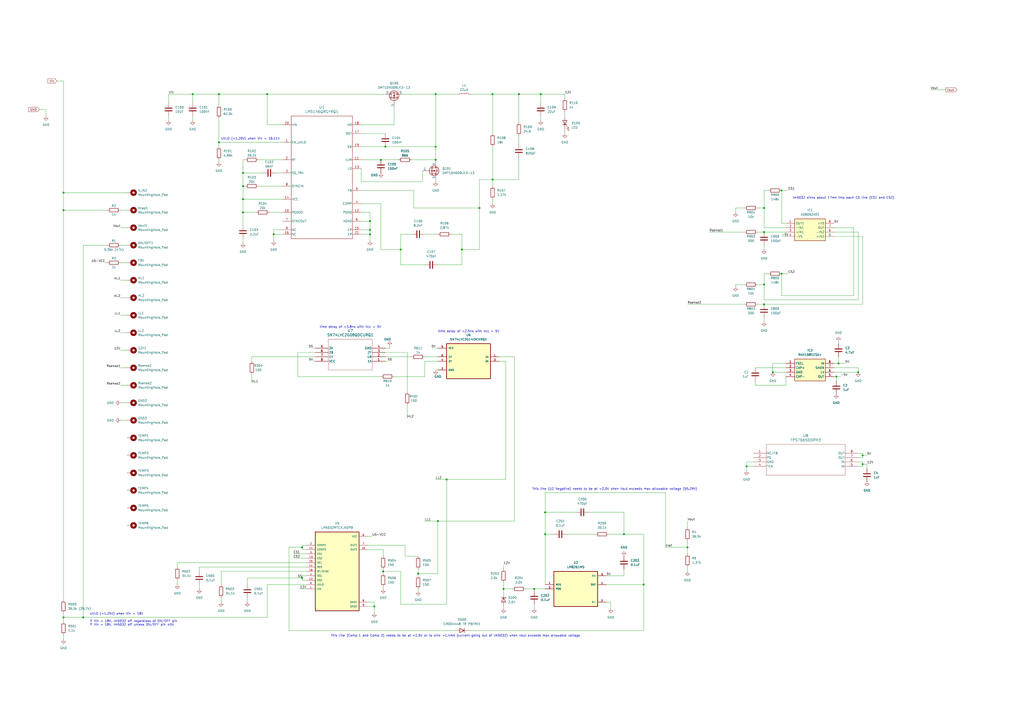
<source format=kicad_sch>
(kicad_sch (version 20230121) (generator eeschema)
  (paper "A2")
  (junction (at 223.52 85.09))
  (junction (at 316.23 309.88))
  (junction (at 242.57 332.74))
  (junction (at 48.26 358.14))
  (junction (at 214.63 128.27))
  (junction (at 175.26 335.28))
  (junction (at 278.13 120.65))
  (junction (at 175.26 317.5))
  (junction (at 486.41 210.82))
  (junction (at 259.08 278.13))
  (junction (at 313.69 54.61))
  (junction (at 443.23 165.1))
  (junction (at 140.97 115.57))
  (junction (at 252.73 85.09))
  (junction (at 285.75 104.14))
  (junction (at 443.23 176.53))
  (junction (at 267.97 144.78))
  (junction (at 309.88 341.63))
  (junction (at 232.41 144.78))
  (junction (at 154.94 54.61))
  (junction (at 316.23 297.18))
  (junction (at 443.23 134.62))
  (junction (at 214.63 133.35))
  (junction (at 500.38 269.24))
  (junction (at 214.63 135.89))
  (junction (at 300.99 54.61))
  (junction (at 252.73 54.61))
  (junction (at 497.84 215.9))
  (junction (at 285.75 54.61))
  (junction (at 453.39 110.49))
  (junction (at 443.23 120.65))
  (junction (at 158.75 135.89))
  (junction (at 111.76 54.61))
  (junction (at 36.83 111.76))
  (junction (at 127 54.61))
  (junction (at 398.78 317.5))
  (junction (at 252.73 92.71))
  (junction (at 500.38 264.16))
  (junction (at 292.1 341.63))
  (junction (at 220.98 92.71))
  (junction (at 222.25 331.47))
  (junction (at 36.83 121.92))
  (junction (at 448.31 215.9))
  (junction (at 433.07 270.51))
  (junction (at 453.39 158.75))
  (junction (at 127 82.55))
  (junction (at 140.97 107.95))
  (junction (at 217.17 351.79))
  (junction (at 373.38 339.09))
  (junction (at 140.97 123.19))
  (junction (at 254 302.26))
  (junction (at 485.14 218.44))
  (junction (at 140.97 100.33))
  (junction (at 36.83 358.14))
  (junction (at 361.95 309.88))
  (wire (pts (xy 175.26 335.28) (xy 175.26 336.55)))
  (wire (pts (xy 209.55 77.47) (xy 223.52 77.47)))
  (wire (pts (xy 426.72 165.1) (xy 426.72 166.37)))
  (wire (pts (xy 127 93.98) (xy 127 92.71)))
  (wire (pts (xy 273.05 54.61) (xy 285.75 54.61)))
  (wire (pts (xy 252.73 93.98) (xy 252.73 92.71)))
  (wire (pts (xy 175.26 335.28) (xy 143.51 335.28)))
  (wire (pts (xy 500.38 262.89) (xy 500.38 264.16)))
  (wire (pts (xy 309.88 341.63) (xy 316.23 341.63)))
  (wire (pts (xy 140.97 138.43) (xy 140.97 140.97)))
  (wire (pts (xy 102.87 326.39) (xy 102.87 328.93)))
  (wire (pts (xy 246.38 207.01) (xy 254 207.01)))
  (wire (pts (xy 222.25 318.77) (xy 213.36 318.77)))
  (wire (pts (xy 69.85 121.92) (xy 73.66 121.92)))
  (wire (pts (xy 500.38 137.16) (xy 500.38 176.53)))
  (wire (pts (xy 242.57 341.63) (xy 242.57 342.9)))
  (wire (pts (xy 140.97 115.57) (xy 140.97 107.95)))
  (wire (pts (xy 353.06 309.88) (xy 361.95 309.88)))
  (wire (pts (xy 177.8 334.01) (xy 175.26 334.01)))
  (wire (pts (xy 431.8 120.65) (xy 426.72 120.65)))
  (wire (pts (xy 443.23 110.49) (xy 445.77 110.49)))
  (wire (pts (xy 140.97 123.19) (xy 140.97 130.81)))
  (wire (pts (xy 213.36 351.79) (xy 217.17 351.79)))
  (wire (pts (xy 254 214.63) (xy 252.73 214.63)))
  (wire (pts (xy 69.85 162.56) (xy 73.66 162.56)))
  (wire (pts (xy 443.23 134.62) (xy 455.93 134.62)))
  (wire (pts (xy 439.42 120.65) (xy 443.23 120.65)))
  (wire (pts (xy 252.73 278.13) (xy 259.08 278.13)))
  (wire (pts (xy 398.78 176.53) (xy 431.8 176.53)))
  (wire (pts (xy 223.52 201.93) (xy 226.06 201.93)))
  (wire (pts (xy 495.3 132.08) (xy 483.87 132.08)))
  (wire (pts (xy 226.06 201.93) (xy 226.06 200.66)))
  (wire (pts (xy 495.3 171.45) (xy 495.3 132.08)))
  (wire (pts (xy 33.02 46.99) (xy 36.83 46.99)))
  (wire (pts (xy 128.27 331.47) (xy 177.8 331.47)))
  (wire (pts (xy 140.97 100.33) (xy 152.4 100.33)))
  (wire (pts (xy 175.26 316.23) (xy 177.8 316.23)))
  (wire (pts (xy 62.23 152.4) (xy 60.96 152.4)))
  (wire (pts (xy 483.87 134.62) (xy 497.84 134.62)))
  (wire (pts (xy 398.78 317.5) (xy 398.78 321.31)))
  (wire (pts (xy 254 302.26) (xy 298.45 302.26)))
  (wire (pts (xy 102.87 326.39) (xy 177.8 326.39)))
  (wire (pts (xy 483.87 215.9) (xy 497.84 215.9)))
  (wire (pts (xy 300.99 91.44) (xy 300.99 104.14)))
  (wire (pts (xy 443.23 176.53) (xy 500.38 176.53)))
  (wire (pts (xy 209.55 135.89) (xy 214.63 135.89)))
  (wire (pts (xy 300.99 104.14) (xy 285.75 104.14)))
  (wire (pts (xy 234.95 322.58) (xy 234.95 316.23)))
  (wire (pts (xy 236.22 234.95) (xy 236.22 242.57)))
  (wire (pts (xy 285.75 54.61) (xy 285.75 77.47)))
  (wire (pts (xy 209.55 92.71) (xy 220.98 92.71)))
  (wire (pts (xy 232.41 350.52) (xy 232.41 331.47)))
  (wire (pts (xy 220.98 144.78) (xy 232.41 144.78)))
  (wire (pts (xy 228.6 72.39) (xy 228.6 62.23)))
  (wire (pts (xy 154.94 339.09) (xy 154.94 358.14)))
  (wire (pts (xy 292.1 351.79) (xy 292.1 353.06)))
  (wire (pts (xy 246.38 209.55) (xy 246.38 218.44)))
  (wire (pts (xy 497.84 267.97) (xy 500.38 267.97)))
  (wire (pts (xy 172.72 218.44) (xy 172.72 204.47)))
  (wire (pts (xy 175.26 317.5) (xy 175.26 318.77)))
  (wire (pts (xy 246.38 153.67) (xy 232.41 153.67)))
  (wire (pts (xy 26.67 63.5) (xy 26.67 67.31)))
  (wire (pts (xy 300.99 54.61) (xy 300.99 71.12)))
  (wire (pts (xy 259.08 350.52) (xy 232.41 350.52)))
  (wire (pts (xy 69.85 203.2) (xy 73.66 203.2)))
  (wire (pts (xy 455.93 210.82) (xy 448.31 210.82)))
  (wire (pts (xy 217.17 351.79) (xy 217.17 355.6)))
  (wire (pts (xy 293.37 209.55) (xy 289.56 209.55)))
  (wire (pts (xy 127 82.55) (xy 163.83 82.55)))
  (wire (pts (xy 443.23 110.49) (xy 443.23 120.65)))
  (wire (pts (xy 316.23 285.75) (xy 386.08 285.75)))
  (wire (pts (xy 22.86 63.5) (xy 26.67 63.5)))
  (wire (pts (xy 398.78 313.69) (xy 398.78 317.5)))
  (wire (pts (xy 170.18 323.85) (xy 177.8 323.85)))
  (wire (pts (xy 386.08 285.75) (xy 386.08 317.5)))
  (wire (pts (xy 500.38 269.24) (xy 502.92 269.24)))
  (wire (pts (xy 209.55 118.11) (xy 220.98 118.11)))
  (wire (pts (xy 36.83 358.14) (xy 36.83 360.68)))
  (wire (pts (xy 309.88 350.52) (xy 309.88 353.06)))
  (wire (pts (xy 209.55 128.27) (xy 214.63 128.27)))
  (wire (pts (xy 62.23 142.24) (xy 48.26 142.24)))
  (wire (pts (xy 128.27 331.47) (xy 128.27 339.09)))
  (wire (pts (xy 361.95 297.18) (xy 361.95 309.88)))
  (wire (pts (xy 181.61 201.93) (xy 182.88 201.93)))
  (wire (pts (xy 234.95 322.58) (xy 242.57 322.58)))
  (wire (pts (xy 455.93 223.52) (xy 455.93 218.44)))
  (wire (pts (xy 36.83 121.92) (xy 62.23 121.92)))
  (wire (pts (xy 140.97 115.57) (xy 140.97 123.19)))
  (wire (pts (xy 254 209.55) (xy 246.38 209.55)))
  (wire (pts (xy 232.41 153.67) (xy 232.41 144.78)))
  (wire (pts (xy 181.61 209.55) (xy 182.88 209.55)))
  (wire (pts (xy 209.55 133.35) (xy 214.63 133.35)))
  (wire (pts (xy 445.77 158.75) (xy 443.23 158.75)))
  (wire (pts (xy 500.38 267.97) (xy 500.38 269.24)))
  (wire (pts (xy 436.88 267.97) (xy 433.07 267.97)))
  (wire (pts (xy 373.38 309.88) (xy 361.95 309.88)))
  (wire (pts (xy 327.66 54.61) (xy 327.66 57.15)))
  (wire (pts (xy 411.48 134.62) (xy 431.8 134.62)))
  (wire (pts (xy 209.55 85.09) (xy 223.52 85.09)))
  (wire (pts (xy 316.23 309.88) (xy 316.23 339.09)))
  (wire (pts (xy 246.38 135.89) (xy 254 135.89)))
  (wire (pts (xy 453.39 129.54) (xy 455.93 129.54)))
  (wire (pts (xy 233.68 54.61) (xy 252.73 54.61)))
  (wire (pts (xy 298.45 207.01) (xy 289.56 207.01)))
  (wire (pts (xy 232.41 331.47) (xy 222.25 331.47)))
  (wire (pts (xy 285.75 104.14) (xy 285.75 107.95)))
  (wire (pts (xy 140.97 107.95) (xy 142.24 107.95)))
  (wire (pts (xy 292.1 341.63) (xy 292.1 344.17)))
  (wire (pts (xy 316.23 309.88) (xy 321.31 309.88)))
  (wire (pts (xy 292.1 327.66) (xy 292.1 330.2)))
  (wire (pts (xy 398.78 328.93) (xy 398.78 331.47)))
  (wire (pts (xy 140.97 100.33) (xy 140.97 107.95)))
  (wire (pts (xy 209.55 105.41) (xy 209.55 97.79)))
  (wire (pts (xy 214.63 133.35) (xy 214.63 135.89)))
  (wire (pts (xy 309.88 342.9) (xy 309.88 341.63)))
  (wire (pts (xy 252.73 54.61) (xy 265.43 54.61)))
  (wire (pts (xy 97.79 54.61) (xy 111.76 54.61)))
  (wire (pts (xy 252.73 201.93) (xy 254 201.93)))
  (wire (pts (xy 351.79 339.09) (xy 373.38 339.09)))
  (wire (pts (xy 242.57 332.74) (xy 254 332.74)))
  (wire (pts (xy 73.66 111.76) (xy 36.83 111.76)))
  (wire (pts (xy 69.85 182.88) (xy 73.66 182.88)))
  (wire (pts (xy 163.83 72.39) (xy 154.94 72.39)))
  (wire (pts (xy 448.31 210.82) (xy 448.31 215.9)))
  (wire (pts (xy 238.76 92.71) (xy 252.73 92.71)))
  (wire (pts (xy 443.23 120.65) (xy 443.23 132.08)))
  (wire (pts (xy 497.84 134.62) (xy 497.84 173.99)))
  (wire (pts (xy 48.26 358.14) (xy 154.94 358.14)))
  (wire (pts (xy 261.62 135.89) (xy 267.97 135.89)))
  (wire (pts (xy 223.52 204.47) (xy 236.22 204.47)))
  (wire (pts (xy 148.59 123.19) (xy 140.97 123.19)))
  (wire (pts (xy 278.13 144.78) (xy 267.97 144.78)))
  (wire (pts (xy 267.97 144.78) (xy 267.97 153.67)))
  (wire (pts (xy 300.99 78.74) (xy 300.99 83.82)))
  (wire (pts (xy 175.26 336.55) (xy 177.8 336.55)))
  (wire (pts (xy 483.87 213.36) (xy 497.84 213.36)))
  (wire (pts (xy 182.88 207.01) (xy 146.05 207.01)))
  (wire (pts (xy 483.87 218.44) (xy 485.14 218.44)))
  (wire (pts (xy 443.23 142.24) (xy 443.23 144.78)))
  (wire (pts (xy 386.08 317.5) (xy 398.78 317.5)))
  (wire (pts (xy 172.72 218.44) (xy 220.98 218.44)))
  (wire (pts (xy 224.79 209.55) (xy 223.52 209.55)))
  (wire (pts (xy 127 54.61) (xy 127 60.96)))
  (wire (pts (xy 140.97 92.71) (xy 140.97 100.33)))
  (wire (pts (xy 398.78 302.26) (xy 398.78 306.07)))
  (wire (pts (xy 361.95 330.2) (xy 361.95 334.01)))
  (wire (pts (xy 214.63 128.27) (xy 214.63 133.35)))
  (wire (pts (xy 158.75 135.89) (xy 158.75 139.7)))
  (wire (pts (xy 222.25 331.47) (xy 222.25 332.74)))
  (wire (pts (xy 341.63 297.18) (xy 361.95 297.18)))
  (wire (pts (xy 36.83 355.6) (xy 36.83 358.14)))
  (wire (pts (xy 316.23 285.75) (xy 316.23 297.18)))
  (wire (pts (xy 443.23 132.08) (xy 455.93 132.08)))
  (wire (pts (xy 313.69 67.31) (xy 313.69 69.85)))
  (wire (pts (xy 156.21 123.19) (xy 163.83 123.19)))
  (wire (pts (xy 285.75 115.57) (xy 285.75 118.11)))
  (wire (pts (xy 167.64 317.5) (xy 175.26 317.5)))
  (wire (pts (xy 242.57 330.2) (xy 242.57 332.74)))
  (wire (pts (xy 209.55 110.49) (xy 240.03 110.49)))
  (wire (pts (xy 160.02 100.33) (xy 163.83 100.33)))
  (wire (pts (xy 539.75 52.07) (xy 548.64 52.07)))
  (wire (pts (xy 214.63 135.89) (xy 214.63 139.7)))
  (wire (pts (xy 223.52 85.09) (xy 252.73 85.09)))
  (wire (pts (xy 453.39 110.49) (xy 457.2 110.49)))
  (wire (pts (xy 278.13 120.65) (xy 278.13 104.14)))
  (wire (pts (xy 254 153.67) (xy 267.97 153.67)))
  (wire (pts (xy 502.92 271.78) (xy 502.92 269.24)))
  (wire (pts (xy 252.73 85.09) (xy 252.73 92.71)))
  (wire (pts (xy 217.17 349.25) (xy 217.17 351.79)))
  (wire (pts (xy 246.38 218.44) (xy 228.6 218.44)))
  (wire (pts (xy 285.75 54.61) (xy 300.99 54.61)))
  (wire (pts (xy 431.8 165.1) (xy 426.72 165.1)))
  (wire (pts (xy 439.42 165.1) (xy 443.23 165.1)))
  (wire (pts (xy 246.38 302.26) (xy 254 302.26)))
  (wire (pts (xy 163.83 133.35) (xy 158.75 133.35)))
  (wire (pts (xy 354.33 349.25) (xy 354.33 353.06)))
  (wire (pts (xy 453.39 171.45) (xy 495.3 171.45)))
  (wire (pts (xy 252.73 54.61) (xy 252.73 85.09)))
  (wire (pts (xy 115.57 339.09) (xy 115.57 341.63)))
  (wire (pts (xy 115.57 328.93) (xy 115.57 331.47)))
  (wire (pts (xy 439.42 176.53) (xy 443.23 176.53)))
  (wire (pts (xy 313.69 54.61) (xy 327.66 54.61)))
  (wire (pts (xy 158.75 135.89) (xy 163.83 135.89)))
  (wire (pts (xy 373.38 309.88) (xy 373.38 339.09)))
  (wire (pts (xy 213.36 311.15) (xy 215.9 311.15)))
  (wire (pts (xy 443.23 184.15) (xy 443.23 186.69)))
  (wire (pts (xy 128.27 346.71) (xy 128.27 349.25)))
  (wire (pts (xy 486.41 210.82) (xy 490.22 210.82)))
  (wire (pts (xy 222.25 322.58) (xy 222.25 318.77)))
  (wire (pts (xy 175.26 334.01) (xy 175.26 335.28)))
  (wire (pts (xy 220.98 92.71) (xy 231.14 92.71)))
  (wire (pts (xy 254 302.26) (xy 254 332.74)))
  (wire (pts (xy 453.39 158.75) (xy 453.39 171.45)))
  (wire (pts (xy 373.38 365.76) (xy 271.78 365.76)))
  (wire (pts (xy 426.72 120.65) (xy 426.72 123.19)))
  (wire (pts (xy 485.14 220.98) (xy 485.14 218.44)))
  (wire (pts (xy 142.24 92.71) (xy 140.97 92.71)))
  (wire (pts (xy 278.13 120.65) (xy 278.13 144.78)))
  (wire (pts (xy 140.97 115.57) (xy 163.83 115.57)))
  (wire (pts (xy 111.76 54.61) (xy 111.76 59.69)))
  (wire (pts (xy 209.55 105.41) (xy 245.11 105.41)))
  (wire (pts (xy 175.26 317.5) (xy 175.26 316.23)))
  (wire (pts (xy 485.14 218.44) (xy 487.68 218.44)))
  (wire (pts (xy 361.95 334.01) (xy 351.79 334.01)))
  (wire (pts (xy 232.41 144.78) (xy 232.41 135.89)))
  (wire (pts (xy 292.1 337.82) (xy 292.1 341.63)))
  (wire (pts (xy 69.85 152.4) (xy 73.66 152.4)))
  (wire (pts (xy 97.79 59.69) (xy 97.79 54.61)))
  (wire (pts (xy 439.42 134.62) (xy 443.23 134.62)))
  (wire (pts (xy 267.97 135.89) (xy 267.97 144.78)))
  (wire (pts (xy 69.85 193.04) (xy 73.66 193.04)))
  (wire (pts (xy 143.51 346.71) (xy 143.51 349.25)))
  (wire (pts (xy 285.75 104.14) (xy 285.75 85.09)))
  (wire (pts (xy 297.18 341.63) (xy 292.1 341.63)))
  (wire (pts (xy 36.83 368.3) (xy 36.83 370.84)))
  (wire (pts (xy 436.88 270.51) (xy 433.07 270.51)))
  (wire (pts (xy 146.05 217.17) (xy 146.05 222.25)))
  (wire (pts (xy 220.98 118.11) (xy 220.98 144.78)))
  (wire (pts (xy 177.8 328.93) (xy 115.57 328.93)))
  (wire (pts (xy 111.76 67.31) (xy 111.76 69.85)))
  (wire (pts (xy 69.85 132.08) (xy 73.66 132.08)))
  (wire (pts (xy 298.45 302.26) (xy 298.45 207.01)))
  (wire (pts (xy 73.66 243.84) (xy 69.85 243.84)))
  (wire (pts (xy 497.84 265.43) (xy 500.38 265.43)))
  (wire (pts (xy 36.83 46.99) (xy 36.83 111.76)))
  (wire (pts (xy 500.38 269.24) (xy 500.38 270.51)))
  (wire (pts (xy 486.41 207.01) (xy 486.41 210.82)))
  (wire (pts (xy 209.55 72.39) (xy 228.6 72.39)))
  (wire (pts (xy 351.79 349.25) (xy 354.33 349.25)))
  (wire (pts (xy 69.85 223.52) (xy 73.66 223.52)))
  (wire (pts (xy 500.38 264.16) (xy 502.92 264.16)))
  (wire (pts (xy 245.11 105.41) (xy 245.11 99.06)))
  (wire (pts (xy 149.86 92.71) (xy 163.83 92.71)))
  (wire (pts (xy 154.94 72.39) (xy 154.94 54.61)))
  (wire (pts (xy 111.76 54.61) (xy 127 54.61)))
  (wire (pts (xy 127 82.55) (xy 127 85.09)))
  (wire (pts (xy 127 68.58) (xy 127 82.55)))
  (wire (pts (xy 443.23 165.1) (xy 443.23 173.99)))
  (wire (pts (xy 209.55 123.19) (xy 214.63 123.19)))
  (wire (pts (xy 69.85 172.72) (xy 73.66 172.72)))
  (wire (pts (xy 240.03 120.65) (xy 278.13 120.65)))
  (wire (pts (xy 483.87 137.16) (xy 500.38 137.16)))
  (wire (pts (xy 48.26 142.24) (xy 48.26 358.14)))
  (wire (pts (xy 214.63 123.19) (xy 214.63 128.27)))
  (wire (pts (xy 172.72 204.47) (xy 182.88 204.47)))
  (wire (pts (xy 259.08 278.13) (xy 259.08 350.52)))
  (wire (pts (xy 36.83 111.76) (xy 36.83 121.92)))
  (wire (pts (xy 143.51 335.28) (xy 143.51 339.09)))
  (wire (pts (xy 97.79 67.31) (xy 97.79 69.85)))
  (wire (pts (xy 222.25 330.2) (xy 222.25 331.47)))
  (wire (pts (xy 497.84 262.89) (xy 500.38 262.89)))
  (wire (pts (xy 443.23 173.99) (xy 497.84 173.99)))
  (wire (pts (xy 453.39 110.49) (xy 453.39 129.54)))
  (wire (pts (xy 36.83 121.92) (xy 36.83 347.98)))
  (wire (pts (xy 304.8 341.63) (xy 309.88 341.63)))
  (wire (pts (xy 497.84 213.36) (xy 497.84 215.9)))
  (wire (pts (xy 173.99 341.63) (xy 177.8 341.63)))
  (wire (pts (xy 500.38 270.51) (xy 497.84 270.51)))
  (wire (pts (xy 373.38 339.09) (xy 373.38 365.76)))
  (wire (pts (xy 278.13 104.14) (xy 285.75 104.14)))
  (wire (pts (xy 73.66 233.68) (xy 69.85 233.68)))
  (wire (pts (xy 242.57 332.74) (xy 242.57 334.01)))
  (wire (pts (xy 438.15 223.52) (xy 455.93 223.52)))
  (wire (pts (xy 328.93 309.88) (xy 345.44 309.88)))
  (wire (pts (xy 500.38 265.43) (xy 500.38 264.16)))
  (wire (pts (xy 149.86 107.95) (xy 163.83 107.95)))
  (wire (pts (xy 327.66 74.93) (xy 327.66 77.47)))
  (wire (pts (xy 438.15 220.98) (xy 438.15 223.52)))
  (wire (pts (xy 127 54.61) (xy 154.94 54.61)))
  (wire (pts (xy 453.39 137.16) (xy 455.93 137.16)))
  (wire (pts (xy 433.07 270.51) (xy 433.07 273.05)))
  (wire (pts (xy 175.26 318.77) (xy 177.8 318.77)))
  (wire (pts (xy 234.95 316.23) (xy 213.36 316.23)))
  (wire (pts (xy 293.37 209.55) (xy 293.37 278.13)))
  (wire (pts (xy 48.26 358.14) (xy 36.83 358.14)))
  (wire (pts (xy 252.73 104.14) (xy 252.73 105.41)))
  (wire (pts (xy 483.87 210.82) (xy 486.41 210.82)))
  (wire (pts (xy 236.22 204.47) (xy 236.22 227.33)))
  (wire (pts (xy 316.23 297.18) (xy 316.23 309.88)))
  (wire (pts (xy 154.94 54.61) (xy 223.52 54.61)))
  (wire (pts (xy 158.75 133.35) (xy 158.75 135.89)))
  (wire (pts (xy 167.64 365.76) (xy 167.64 317.5)))
  (wire (pts (xy 313.69 54.61) (xy 313.69 59.69)))
  (wire (pts (xy 486.41 198.12) (xy 486.41 199.39)))
  (wire (pts (xy 453.39 158.75) (xy 457.2 158.75)))
  (wire (pts (xy 438.15 213.36) (xy 455.93 213.36)))
  (wire (pts (xy 213.36 349.25) (xy 217.17 349.25)))
  (wire (pts (xy 146.05 207.01) (xy 146.05 209.55)))
  (wire (pts (xy 443.23 158.75) (xy 443.23 165.1)))
  (wire (pts (xy 222.25 340.36) (xy 222.25 341.63)))
  (wire (pts (xy 69.85 213.36) (xy 73.66 213.36)))
  (wire (pts (xy 73.66 142.24) (xy 69.85 142.24)))
  (wire (pts (xy 433.07 267.97) (xy 433.07 270.51)))
  (wire (pts (xy 448.31 215.9) (xy 455.93 215.9)))
  (wire (pts (xy 240.03 110.49) (xy 240.03 120.65)))
  (wire (pts (xy 300.99 54.61) (xy 313.69 54.61)))
  (wire (pts (xy 154.94 339.09) (xy 177.8 339.09)))
  (wire (pts (xy 223.52 207.01) (xy 238.76 207.01)))
  (wire (pts (xy 327.66 64.77) (xy 327.66 67.31)))
  (wire (pts (xy 170.18 321.31) (xy 177.8 321.31)))
  (wire (pts (xy 102.87 336.55) (xy 102.87 339.09)))
  (wire (pts (xy 334.01 297.18) (xy 316.23 297.18)))
  (wire (pts (xy 232.41 135.89) (xy 238.76 135.89)))
  (wire (pts (xy 167.64 365.76) (xy 264.16 365.76)))
  (wire (pts (xy 293.37 278.13) (xy 259.08 278.13)))
  (text "UVLO (<1.20V) when Vin < 16.11V" (at 128.27 81.28 0) (effects (font (size 1.27 1.27)) (justify left bottom)))
  (text "This line (Comp 1 and Comp 2) needs to be at <1.5V or to sink >1.4mA (current going out of lm5032) when Vout exceeds max allowable voltage" (at 191.77 369.57 0) (effects (font (size 1.27 1.27)) (justify left bottom)))
  (text "time delay of <2.5ns with Vcc = 5V" (at 254 193.04 0) (effects (font (size 1.27 1.27)) (justify left bottom)))
  (text "if Vin < 18V, lm5032 off regardless of ON/OFF pin\nif Vin > 18V, lm5032 off unless ON/OFF pin ≥5V" (at 52.07 363.22 0) (effects (font (size 1.27 1.27)) (justify left bottom)))
  (text "time delay of <3.8ns with Vcc = 5V" (at 185.42 190.5 0) (effects (font (size 1.27 1.27)) (justify left bottom)))
  (text "lm5032 sinks about 17mA into each CS line (CS1 and CS2)" (at 459.74 115.57 0) (effects (font (size 1.27 1.27)) (justify left bottom)))
  (text "UVLO (<1.25V) when Vin < 18V" (at 52.07 356.87 0) (effects (font (size 1.27 1.27)) (justify left bottom)))
  (text "This line (U2 Negative) needs to be at >2.0V when Vout exceeds max allowable voltage (55.29V)" (at 308.61 284.48 0) (effects (font (size 1.27 1.27)) (justify left bottom)))
  (label "5V" (at 502.92 264.16 0))
  (label "Vref" (at 386.08 317.5 0))
  (label "HL1" (at 146.05 222.25 0))
  (label "Vout" (at 539.75 52.07 0))
  (label "LL2" (at 252.73 278.13 0))
  (label "HL2" (at 236.22 242.57 0))
  (label "LL1" (at 69.85 182.88 180))
  (label "U5-VCC" (at 215.9 311.15 0))
  (label "12V" (at 292.1 327.66 0))
  (label "HL1" (at 69.85 162.56 180))
  (label "CS2" (at 170.18 323.85 0))
  (label "HL2" (at 69.85 172.72 180))
  (label "12V" (at 502.92 269.24 0))
  (label "CS2" (at 457.2 158.75 0))
  (label "SS" (at 224.79 209.55 0))
  (label "5V" (at 181.61 209.55 180))
  (label "-5V" (at 487.68 218.44 0))
  (label "Rsense2" (at 69.85 223.52 180))
  (label "Vin" (at 97.79 54.61 0))
  (label "CS1" (at 170.18 321.31 0))
  (label "Vout" (at 398.78 302.26 0))
  (label "5V" (at 483.87 129.54 0))
  (label "SS" (at 181.61 201.93 180))
  (label "Rsense1" (at 69.85 213.36 180))
  (label "U5-VCC" (at 60.96 152.4 180))
  (label "Rsense1" (at 411.48 134.62 0))
  (label "5V" (at 351.79 334.01 0))
  (label "5V" (at 252.73 201.93 180))
  (label "Rsense2" (at 398.78 176.53 0))
  (label "CS1" (at 457.2 110.49 0))
  (label "12V" (at 327.66 54.61 0))
  (label "5V" (at 490.22 210.82 0))
  (label "12V" (at 173.99 341.63 0))
  (label "SS" (at 175.26 335.28 180))
  (label "LL2" (at 69.85 193.04 180))
  (label "12V" (at 69.85 203.2 180))
  (label "Vout" (at 69.85 132.08 180))
  (label "-5V" (at 453.39 137.16 0))
  (label "LL1" (at 246.38 302.26 0))
  (global_label "Vin" (shape input) (at 33.02 46.99 180) (property "Intersheetrefs" "${INTERSHEET_REFS}" (effects hide)))
  (global_label "Vout" (shape output) (at 548.64 52.07 0) (property "Intersheetrefs" "${INTERSHEET_REFS}" (effects hide)))
  (global_label "GND" (shape input) (at 22.86 63.5 180) (property "Intersheetrefs" "${INTERSHEET_REFS}" (effects hide)))
  (symbol (lib_id "Mechanical:MountingHole_Pad") (at 76.2 142.24 270) (unit 1)
    (property "Reference" "ON/OFF1" (at 80.01 140.97 90) (effects (justify left)))
    (property "Value" "MountingHole_Pad" (at 80.01 143.51 90) (effects (justify left)))
    (property "Footprint" "TestPoint:TestPoint_THTPad_D2.5mm_Drill1.2mm" (effects hide))
  )
  (symbol (lib_id "power:GND") (at 426.72 123.19 0) (unit 1)
    (property "Reference" "#PWR029" (effects hide))
    (property "Value" "GND" (at 426.72 128.27 0))
  )
  (symbol (lib_id "Mechanical:MountingHole_Pad") (at 76.2 254 270) (unit 1)
    (property "Reference" "TEMP1" (at 80.01 252.73 90) (effects (justify left)))
    (property "Value" "MountingHole_Pad" (at 80.01 255.27 90) (effects (justify left)))
    (property "Footprint" "TestPoint:TestPoint_THTPad_D2.5mm_Drill1.2mm" (effects hide))
  )
  (symbol (lib_id "Device:R") (at 127 64.77 0) (unit 1)
    (property "Reference" "R100" (at 129.54 63.5 0) (effects (justify left)))
    (property "Value" "62.0k" (at 129.54 66.04 0) (effects (justify left)))
    (property "Footprint" "Resistor_SMD:R_1206_3216Metric_Pad1.30x1.75mm_HandSolder" (effects hide))
  )
  (symbol (lib_id "Device:C") (at 309.88 346.71 180) (unit 1)
    (property "Reference" "C202" (at 313.69 345.44 0) (effects (justify right)))
    (property "Value" "0.1uF" (at 313.69 347.98 0) (effects (justify right)))
    (property "Footprint" "Capacitor_SMD:C_1206_3216Metric_Pad1.33x1.80mm_HandSolder" (effects hide))
  )
  (symbol (lib_id "Mechanical:MountingHole_Pad") (at 76.2 203.2 270) (unit 1)
    (property "Reference" "12V1" (at 80.01 201.93 90) (effects (justify left)))
    (property "Value" "MountingHole_Pad" (at 80.01 204.47 90) (effects (justify left)))
    (property "Footprint" "TestPoint:TestPoint_THTPad_D2.5mm_Drill1.2mm" (effects hide))
  )
  (symbol (lib_id "Device:R") (at 146.05 92.71 270) (unit 1)
    (property "Reference" "R102" (at 146.05 87.63 90))
    (property "Value" "39.2k" (at 146.05 90.17 90))
    (property "Footprint" "Resistor_SMD:R_1206_3216Metric_Pad1.30x1.75mm_HandSolder" (effects hide))
  )
  (symbol (lib_id "power:GND") (at 128.27 349.25 0) (unit 1)
    (property "Reference" "#PWR011" (effects hide))
    (property "Value" "GND" (at 128.27 354.33 0))
  )
  (symbol (lib_id "power:GND") (at 102.87 339.09 0) (unit 1)
    (property "Reference" "#PWR08" (effects hide))
    (property "Value" "GND" (at 102.87 344.17 0))
  )
  (symbol (lib_id "2024-03-17_20-51-26:LM5146QRGYRQ1") (at 186.69 102.87 0) (unit 1)
    (property "Reference" "U1" (at 186.69 62.23 0) (effects (font (size 1.524 1.524))))
    (property "Value" "LM5146QRGYRQ1" (at 186.69 64.77 0) (effects (font (size 1.524 1.524))))
    (property "Footprint" "SnapEDA Library:QFN50P450X350X100-21N MODDED" (effects hide))
    (property "Datasheet" "LM5146QRGYRQ1" (effects hide))
  )
  (symbol (lib_id "Device:C") (at 438.15 217.17 0) (mirror x) (unit 1)
    (property "Reference" "C1" (at 434.34 215.9 0) (effects (justify right)))
    (property "Value" "1uF" (at 434.34 218.44 0) (effects (justify right)))
    (property "Footprint" "Capacitor_SMD:C_1206_3216Metric_Pad1.33x1.80mm_HandSolder" (effects hide))
  )
  (symbol (lib_id "MAX1681ESA+:MAX1681ESA+") (at 455.93 210.82 0) (unit 1)
    (property "Reference" "IC2" (at 469.9 203.2 0))
    (property "Value" "MAX1681ESA+" (at 469.9 205.74 0))
    (property "Footprint" "SOIC127P600X175-8N" (effects hide))
    (property "Datasheet" "https://datasheet.datasheetarchive.com/originals/distributors/Datasheets-17/DSA-339920.pdf" (effects hide))
    (property "Height" "1.75" (effects hide))
    (property "Manufacturer_Name" "Analog Devices" (effects hide))
    (property "Manufacturer_Part_Number" "MAX1681ESA+" (effects hide))
    (property "Mouser Part Number" "700-MAX1681ESA" (effects hide))
    (property "Mouser Price/Stock" "https://www.mouser.co.uk/ProductDetail/Maxim-Integrated/MAX1681ESA%2b?qs=1THa7WoU59Fcb6Hs7FpOmQ%3D%3D" (effects hide))
    (property "Arrow Part Number" "MAX1681ESA+" (effects hide))
    (property "Arrow Price/Stock" "https://www.arrow.com/en/products/max1681esa/maxim-integrated?region=nac" (effects hide))
  )
  (symbol (lib_id "Device:R") (at 224.79 218.44 270) (unit 1)
    (property "Reference" "R610" (at 224.79 220.98 90))
    (property "Value" "1k" (at 224.79 223.52 90))
    (property "Footprint" "Resistor_SMD:R_1206_3216Metric_Pad1.30x1.75mm_HandSolder" (effects hide))
  )
  (symbol (lib_id "power:GND") (at 354.33 353.06 0) (unit 1)
    (property "Reference" "#PWR027" (effects hide))
    (property "Value" "GND" (at 354.33 358.14 0))
  )
  (symbol (lib_id "Mechanical:MountingHole_Pad") (at 76.2 274.32 270) (unit 1)
    (property "Reference" "TEMP3" (at 80.01 273.05 90) (effects (justify left)))
    (property "Value" "MountingHole_Pad" (at 80.01 275.59 90) (effects (justify left)))
    (property "Footprint" "TestPoint:TestPoint_THTPad_D2.5mm_Drill1.2mm" (effects hide))
  )
  (symbol (lib_id "Device:L") (at 269.24 54.61 90) (unit 1)
    (property "Reference" "L4" (at 269.24 49.53 90))
    (property "Value" "22uH" (at 269.24 52.07 90))
    (property "Footprint" "SnapEDA Library:IND_MSS1210_COC" (effects hide))
  )
  (symbol (lib_id "Device:R") (at 449.58 158.75 270) (unit 1)
    (property "Reference" "R805" (at 449.58 161.29 90))
    (property "Value" "148k" (at 449.58 163.83 90))
    (property "Footprint" "Resistor_SMD:R_1206_3216Metric_Pad1.30x1.75mm_HandSolder" (effects hide))
  )
  (symbol (lib_id "Device:C") (at 486.41 203.2 180) (unit 1)
    (property "Reference" "C3" (at 490.22 201.93 0) (effects (justify right)))
    (property "Value" "4.7uF" (at 490.22 204.47 0) (effects (justify right)))
    (property "Footprint" "Capacitor_SMD:C_1206_3216Metric_Pad1.33x1.80mm_HandSolder" (effects hide))
  )
  (symbol (lib_id "power:GND") (at 252.73 214.63 0) (unit 1)
    (property "Reference" "#PWR022" (effects hide))
    (property "Value" "GND" (at 254 218.44 0))
  )
  (symbol (lib_id "power:GND") (at 69.85 243.84 270) (unit 1)
    (property "Reference" "#PWR040" (effects hide))
    (property "Value" "GND" (at 66.04 243.84 90) (effects (justify right)))
  )
  (symbol (lib_id "Device:C") (at 325.12 309.88 270) (unit 1)
    (property "Reference" "C201" (at 325.12 302.26 90))
    (property "Value" "0.1uF" (at 325.12 304.8 90))
    (property "Footprint" "Capacitor_SMD:C_1206_3216Metric_Pad1.33x1.80mm_HandSolder" (effects hide))
  )
  (symbol (lib_id "Device:R") (at 36.83 364.49 0) (unit 1)
    (property "Reference" "R501" (at 39.37 363.22 0) (effects (justify left)))
    (property "Value" "1.1k" (at 39.37 365.76 0) (effects (justify left)))
    (property "Footprint" "Resistor_SMD:R_1206_3216Metric_Pad1.30x1.75mm_HandSolder" (effects hide))
  )
  (symbol (lib_id "Device:R") (at 66.04 121.92 270) (unit 1)
    (property "Reference" "R2" (at 66.04 119.38 90))
    (property "Value" "1k" (at 66.04 124.46 90))
    (property "Footprint" "Resistor_SMD:R_1206_3216Metric_Pad1.30x1.75mm_HandSolder" (effects hide))
  )
  (symbol (lib_id "Mechanical:MountingHole_Pad") (at 76.2 121.92 270) (unit 1)
    (property "Reference" "Vcap1" (at 80.01 120.65 90) (effects (justify left)))
    (property "Value" "MountingHole_Pad" (at 80.01 123.19 90) (effects (justify left)))
    (property "Footprint" "TestPoint:TestPoint_THTPad_D2.5mm_Drill1.2mm" (effects hide))
  )
  (symbol (lib_id "Simulation_SPICE:NMOS") (at 228.6 57.15 90) (unit 1)
    (property "Reference" "Q100" (at 228.6 48.26 90))
    (property "Value" "DMT10H009LK3-13" (at 228.6 50.8 90))
    (property "Footprint" "SnapEDA Library:TO-252-3_TabPin2 modded" (effects hide))
    (property "Datasheet" "https://ngspice.sourceforge.io/docs/ngspice-manual.pdf" (effects hide))
    (property "Sim.Device" "NMOS" (effects hide))
    (property "Sim.Type" "VDMOS" (effects hide))
    (property "Sim.Pins" "1=D 2=G 3=S" (effects hide))
  )
  (symbol (lib_id "Device:R") (at 292.1 334.01 0) (unit 1)
    (property "Reference" "R203" (at 284.48 332.74 0) (effects (justify left)))
    (property "Value" "2.0k" (at 284.48 335.28 0) (effects (justify left)))
    (property "Footprint" "Resistor_SMD:R_1206_3216Metric_Pad1.30x1.75mm_HandSolder" (effects hide))
  )
  (symbol (lib_id "Mechanical:MountingHole_Pad") (at 76.2 264.16 270) (unit 1)
    (property "Reference" "TEMP2" (at 80.01 262.89 90) (effects (justify left)))
    (property "Value" "MountingHole_Pad" (at 80.01 265.43 90) (effects (justify left)))
    (property "Footprint" "TestPoint:TestPoint_THTPad_D2.5mm_Drill1.2mm" (effects hide))
  )
  (symbol (lib_id "Device:R") (at 257.81 135.89 270) (unit 1)
    (property "Reference" "R106" (at 257.81 129.54 90))
    (property "Value" "2.87k" (at 257.81 132.08 90))
    (property "Footprint" "Resistor_SMD:R_1206_3216Metric_Pad1.30x1.75mm_HandSolder" (effects hide))
  )
  (symbol (lib_id "Device:R") (at 435.61 120.65 270) (unit 1)
    (property "Reference" "R904" (at 435.61 123.19 90))
    (property "Value" "10k" (at 435.61 125.73 90))
    (property "Footprint" "Resistor_SMD:R_1206_3216Metric_Pad1.30x1.75mm_HandSolder" (effects hide))
  )
  (symbol (lib_id "Device:C") (at 443.23 138.43 180) (unit 1)
    (property "Reference" "C900" (at 447.04 137.16 0) (effects (justify right)))
    (property "Value" "100pF" (at 447.04 139.7 0) (effects (justify right)))
    (property "Footprint" "Capacitor_SMD:C_1206_3216Metric_Pad1.33x1.80mm_HandSolder" (effects hide))
  )
  (symbol (lib_id "Mechanical:MountingHole_Pad") (at 76.2 172.72 270) (unit 1)
    (property "Reference" "HL2" (at 80.01 171.45 90) (effects (justify left)))
    (property "Value" "MountingHole_Pad" (at 80.01 173.99 90) (effects (justify left)))
    (property "Footprint" "TestPoint:TestPoint_THTPad_D2.5mm_Drill1.2mm" (effects hide))
  )
  (symbol (lib_id "Mechanical:MountingHole_Pad") (at 76.2 193.04 270) (unit 1)
    (property "Reference" "LL2" (at 80.01 191.77 90) (effects (justify left)))
    (property "Value" "MountingHole_Pad" (at 80.01 194.31 90) (effects (justify left)))
    (property "Footprint" "TestPoint:TestPoint_THTPad_D2.5mm_Drill1.2mm" (effects hide))
  )
  (symbol (lib_id "power:GND") (at 497.84 215.9 0) (unit 1)
    (property "Reference" "#PWR037" (effects hide))
    (property "Value" "GND" (at 497.84 220.98 0))
  )
  (symbol (lib_id "Device:C") (at 111.76 63.5 0) (unit 1)
    (property "Reference" "C101" (at 115.57 62.23 0) (effects (justify left)))
    (property "Value" "100nF" (at 115.57 64.77 0) (effects (justify left)))
    (property "Footprint" "Capacitor_SMD:C_1206_3216Metric_Pad1.33x1.80mm_HandSolder" (effects hide))
  )
  (symbol (lib_id "power:GND") (at 158.75 139.7 0) (unit 1)
    (property "Reference" "#PWR010" (effects hide))
    (property "Value" "GND" (at 158.75 144.78 0))
  )
  (symbol (lib_id "Device:R") (at 146.05 213.36 0) (unit 1)
    (property "Reference" "R304" (at 149.86 212.09 0))
    (property "Value" "150" (at 149.86 214.63 0))
    (property "Footprint" "Resistor_SMD:R_1206_3216Metric_Pad1.30x1.75mm_HandSolder" (effects hide))
  )
  (symbol (lib_id "power:GND") (at 443.23 186.69 0) (unit 1)
    (property "Reference" "#PWR033" (effects hide))
    (property "Value" "GND" (at 443.23 191.77 0))
  )
  (symbol (lib_id "Device:R") (at 66.04 142.24 270) (unit 1)
    (property "Reference" "R1" (at 66.04 139.7 90))
    (property "Value" "5.36k (47k)" (at 66.04 144.78 90))
    (property "Footprint" "Resistor_SMD:R_1206_3216Metric_Pad1.30x1.75mm_HandSolder" (effects hide))
  )
  (symbol (lib_id "Device:LED") (at 327.66 71.12 90) (unit 1)
    (property "Reference" "D100" (at 331.47 71.4375 90) (effects (justify right)))
    (property "Value" "LED" (at 331.47 73.9775 90) (effects (justify right)))
    (property "Footprint" "LED_SMD:LED_1206_3216Metric_Pad1.42x1.75mm_HandSolder" (effects hide))
  )
  (symbol (lib_id "Device:C") (at 313.69 63.5 0) (unit 1)
    (property "Reference" "C109" (at 317.5 62.23 0) (effects (justify left)))
    (property "Value" "22uF" (at 317.5 64.77 0) (effects (justify left)))
    (property "Footprint" "Capacitor_SMD:C_1206_3216Metric_Pad1.33x1.80mm_HandSolder" (effects hide))
  )
  (symbol (lib_id "Device:C") (at 361.95 326.39 0) (unit 1)
    (property "Reference" "C203" (at 365.76 325.12 0) (effects (justify left)))
    (property "Value" "0.1uF" (at 365.76 327.66 0) (effects (justify left)))
    (property "Footprint" "Capacitor_SMD:C_1206_3216Metric_Pad1.33x1.80mm_HandSolder" (effects hide))
  )
  (symbol (lib_id "Device:C") (at 223.52 81.28 0) (unit 1)
    (property "Reference" "C104" (at 227.33 80.01 0) (effects (justify left)))
    (property "Value" "100nF" (at 227.33 82.55 0) (effects (justify left)))
    (property "Footprint" "Capacitor_SMD:C_1206_3216Metric_Pad1.33x1.80mm_HandSolder" (effects hide))
  )
  (symbol (lib_id "power:GND") (at 217.17 355.6 0) (unit 1)
    (property "Reference" "#PWR016" (effects hide))
    (property "Value" "GND" (at 217.17 360.68 0))
  )
  (symbol (lib_id "power:GND") (at 361.95 322.58 180) (unit 1)
    (property "Reference" "#PWR028" (effects hide))
    (property "Value" "GND" (at 361.95 317.5 0))
  )
  (symbol (lib_id "Device:R") (at 327.66 60.96 0) (unit 1)
    (property "Reference" "R110" (at 330.2 59.69 0) (effects (justify left)))
    (property "Value" "1k" (at 330.2 62.23 0) (effects (justify left)))
    (property "Footprint" "Resistor_SMD:R_1206_3216Metric_Pad1.30x1.75mm_HandSolder" (effects hide))
  )
  (symbol (lib_id "power:GND") (at 309.88 353.06 0) (unit 1)
    (property "Reference" "#PWR026" (effects hide))
    (property "Value" "GND" (at 309.88 358.14 0))
  )
  (symbol (lib_id "AD8092ARZ:AD8092ARZ") (at 455.93 129.54 0) (unit 1)
    (property "Reference" "IC1" (at 469.9 121.92 0))
    (property "Value" "AD8092ARZ" (at 469.9 124.46 0))
    (property "Footprint" "SOIC127P600X175-8N" (effects hide))
    (property "Datasheet" "http://www.analog.com/static/imported-files/data_sheets/AD8091_8092.pdf" (effects hide))
    (property "Height" "1.75" (effects hide))
    (property "Manufacturer_Name" "Analog Devices" (effects hide))
    (property "Manufacturer_Part_Number" "AD8092ARZ" (effects hide))
    (property "Mouser Part Number" "584-AD8092ARZ" (effects hide))
    (property "Mouser Price/Stock" "https://www.mouser.co.uk/ProductDetail/Analog-Devices/AD8092ARZ?qs=%2FtpEQrCGXCxHHK%252BfL0v83w%3D%3D" (effects hide))
    (property "Arrow Part Number" "AD8092ARZ" (effects hide))
    (property "Arrow Price/Stock" "https://www.arrow.com/en/products/ad8092arz/analog-devices?region=nac" (effects hide))
  )
  (symbol (lib_id "power:GND") (at 502.92 279.4 0) (unit 1)
    (property "Reference" "#PWR038" (effects hide))
    (property "Value" "GND" (at 502.92 284.48 0))
  )
  (symbol (lib_id "Device:C") (at 250.19 153.67 270) (unit 1)
    (property "Reference" "C107" (at 250.19 146.05 90))
    (property "Value" "470pF" (at 250.19 148.59 90))
    (property "Footprint" "Capacitor_SMD:C_1206_3216Metric_Pad1.33x1.80mm_HandSolder" (effects hide))
  )
  (symbol (lib_id "Device:R") (at 435.61 176.53 270) (unit 1)
    (property "Reference" "R803" (at 435.61 179.07 90))
    (property "Value" "300" (at 435.61 181.61 90))
    (property "Footprint" "Resistor_SMD:R_1206_3216Metric_Pad1.30x1.75mm_HandSolder" (effects hide))
  )
  (symbol (lib_id "Device:C") (at 300.99 87.63 0) (unit 1)
    (property "Reference" "C108" (at 304.8 86.36 0) (effects (justify left)))
    (property "Value" "820pF" (at 304.8 88.9 0) (effects (justify left)))
    (property "Footprint" "Capacitor_SMD:C_1206_3216Metric_Pad1.33x1.80mm_HandSolder" (effects hide))
  )
  (symbol (lib_id "LM5032MTCX_NOPB:LM5032MTCX_NOPB") (at 195.58 331.47 0) (unit 1)
    (property "Reference" "U5" (at 195.58 303.53 0))
    (property "Value" "LM5032MTCX_NOPB" (at 195.58 306.07 0))
    (property "Footprint" "SnapEDA Library:SOP65P640X120-16N" (effects hide))
    (property "MF" "Texas Instruments" (effects hide))
    (property "Description" "\nHigh voltage dual Interleaved current mode controller\n" (effects hide))
    (property "Package" "TSSOP-16 Texas Instruments" (effects hide))
    (property "Price" "None" (effects hide))
    (property "SnapEDA_Link" "https://www.snapeda.com/parts/LM5032MTCX/NOPB/Texas+Instruments/view-part/?ref=snap" (effects hide))
    (property "MP" "LM5032MTCX/NOPB" (effects hide))
    (property "Purchase-URL" "https://www.snapeda.com/api/url_track_click_mouser/?unipart_id=19833&manufacturer=Texas Instruments&part_name=LM5032MTCX/NOPB&search_term=lm5032mtc" (effects hide))
    (property "Availability" "In Stock" (effects hide))
    (property "Check_prices" "https://www.snapeda.com/parts/LM5032MTCX/NOPB/Texas+Instruments/view-part/?ref=eda" (effects hide))
  )
  (symbol (lib_id "Mechanical:MountingHole_Pad") (at 76.2 223.52 270) (unit 1)
    (property "Reference" "Rsense2" (at 80.01 222.25 90) (effects (justify left)))
    (property "Value" "MountingHole_Pad" (at 80.01 224.79 90) (effects (justify left)))
    (property "Footprint" "TestPoint:TestPoint_THTPad_D2.5mm_Drill1.2mm" (effects hide))
  )
  (symbol (lib_id "power:GND") (at 26.67 67.31 0) (unit 1)
    (property "Reference" "#PWR01" (effects hide))
    (property "Value" "GND" (at 26.67 72.39 0))
  )
  (symbol (lib_id "power:GND") (at 143.51 349.25 0) (unit 1)
    (property "Reference" "#PWR012" (effects hide))
    (property "Value" "GND" (at 143.51 354.33 0))
  )
  (symbol (lib_id "power:GND") (at 292.1 353.06 0) (unit 1)
    (property "Reference" "#PWR025" (effects hide))
    (property "Value" "GND" (at 292.1 358.14 0))
  )
  (symbol (lib_id "Device:R") (at 435.61 134.62 270) (unit 1)
    (property "Reference" "R903" (at 435.61 137.16 90))
    (property "Value" "300" (at 435.61 139.7 90))
    (property "Footprint" "Resistor_SMD:R_1206_3216Metric_Pad1.30x1.75mm_HandSolder" (effects hide))
  )
  (symbol (lib_id "Mechanical:MountingHole_Pad") (at 76.2 162.56 270) (unit 1)
    (property "Reference" "HL1" (at 80.01 161.29 90) (effects (justify left)))
    (property "Value" "MountingHole_Pad" (at 80.01 163.83 90) (effects (justify left)))
    (property "Footprint" "TestPoint:TestPoint_THTPad_D2.5mm_Drill1.2mm" (effects hide))
  )
  (symbol (lib_id "Device:R") (at 449.58 110.49 270) (unit 1)
    (property "Reference" "R905" (at 449.58 113.03 90))
    (property "Value" "148k" (at 449.58 115.57 90))
    (property "Footprint" "Resistor_SMD:R_1206_3216Metric_Pad1.30x1.75mm_HandSolder" (effects hide))
  )
  (symbol (lib_id "LM8261M5:LM8261M5") (at 334.01 341.63 0) (unit 1)
    (property "Reference" "U2" (at 334.01 326.39 0))
    (property "Value" "LM8261M5" (at 334.01 328.93 0))
    (property "Footprint" "Package_TO_SOT_SMD:SOT-23-5" (effects hide))
    (property "MF" "Texas Instruments" (effects hide))
    (property "Description" "\nRRIO, High Output Current &amp; Unlimited Cap Load Op Amp in SOT23-5 5-SOT-23 -40 to 85\n" (effects hide))
    (property "Package" "SOT-23-5 Texas Instruments" (effects hide))
    (property "Price" "None" (effects hide))
    (property "SnapEDA_Link" "https://www.snapeda.com/parts/LM8261M5/Texas+Instruments/view-part/?ref=snap" (effects hide))
    (property "MP" "LM8261M5" (effects hide))
    (property "Purchase-URL" "https://www.snapeda.com/api/url_track_click_mouser/?unipart_id=22446&manufacturer=Texas Instruments&part_name=LM8261M5&search_term=lm8261" (effects hide))
    (property "Availability" "In Stock" (effects hide))
    (property "Check_prices" "https://www.snapeda.com/parts/LM8261M5/Texas+Instruments/view-part/?ref=eda" (effects hide))
  )
  (symbol (lib_id "power:GND") (at 433.07 273.05 0) (unit 1)
    (property "Reference" "#PWR031" (effects hide))
    (property "Value" "GND" (at 433.07 278.13 0))
  )
  (symbol (lib_id "Device:R") (at 127 88.9 0) (unit 1)
    (property "Reference" "R101" (at 129.54 87.63 0) (effects (justify left)))
    (property "Value" "4.99k" (at 129.54 90.17 0) (effects (justify left)))
    (property "Footprint" "Resistor_SMD:R_1206_3216Metric_Pad1.30x1.75mm_HandSolder" (effects hide))
  )
  (symbol (lib_id "Mechanical:MountingHole_Pad") (at 76.2 182.88 270) (unit 1)
    (property "Reference" "LL1" (at 80.01 181.61 90) (effects (justify left)))
    (property "Value" "MountingHole_Pad" (at 80.01 184.15 90) (effects (justify left)))
    (property "Footprint" "TestPoint:TestPoint_THTPad_D2.5mm_Drill1.2mm" (effects hide))
  )
  (symbol (lib_id "Device:C") (at 242.57 135.89 270) (unit 1)
    (property "Reference" "C106" (at 242.57 128.27 90))
    (property "Value" "8.2nF" (at 242.57 130.81 90))
    (property "Footprint" "Capacitor_SMD:C_1206_3216Metric_Pad1.33x1.80mm_HandSolder" (effects hide))
  )
  (symbol (lib_id "power:GND") (at 285.75 118.11 0) (unit 1)
    (property "Reference" "#PWR020" (effects hide))
    (property "Value" "GND" (at 285.75 123.19 0))
  )
  (symbol (lib_id "power:GND") (at 69.85 233.68 270) (unit 1)
    (property "Reference" "#PWR039" (effects hide))
    (property "Value" "GND" (at 66.04 233.68 90) (effects (justify right)))
  )
  (symbol (lib_id "Device:C") (at 502.92 275.59 180) (unit 1)
    (property "Reference" "C4" (at 506.73 274.32 0) (effects (justify right)))
    (property "Value" "1uF" (at 506.73 276.86 0) (effects (justify right)))
    (property "Footprint" "Capacitor_SMD:C_1206_3216Metric_Pad1.33x1.80mm_HandSolder" (effects hide))
  )
  (symbol (lib_id "power:GND") (at 140.97 140.97 0) (unit 1)
    (property "Reference" "#PWR07" (effects hide))
    (property "Value" "GND" (at 140.97 146.05 0))
  )
  (symbol (lib_id "Device:C") (at 115.57 335.28 180) (unit 1)
    (property "Reference" "C500" (at 119.38 334.01 0) (effects (justify right)))
    (property "Value" "0.1uF" (at 119.38 336.55 0) (effects (justify right)))
    (property "Footprint" "Capacitor_SMD:C_1206_3216Metric_Pad1.33x1.80mm_HandSolder" (effects hide))
  )
  (symbol (lib_id "power:GND") (at 127 93.98 0) (unit 1)
    (property "Reference" "#PWR06" (effects hide))
    (property "Value" "GND" (at 127 99.06 0))
  )
  (symbol (lib_id "Device:R") (at 242.57 326.39 0) (unit 1)
    (property "Reference" "R505" (at 245.11 325.12 0) (effects (justify left)))
    (property "Value" "150" (at 245.11 327.66 0) (effects (justify left)))
    (property "Footprint" "Resistor_SMD:R_1206_3216Metric_Pad1.30x1.75mm_HandSolder" (effects hide))
  )
  (symbol (lib_id "Device:R") (at 285.75 111.76 0) (unit 1)
    (property "Reference" "R107" (at 288.29 110.49 0) (effects (justify left)))
    (property "Value" "1.27k" (at 288.29 113.03 0) (effects (justify left)))
    (property "Footprint" "Resistor_SMD:R_1206_3216Metric_Pad1.30x1.75mm_HandSolder" (effects hide))
  )
  (symbol (lib_id "power:GND") (at 313.69 69.85 0) (unit 1)
    (property "Reference" "#PWR023" (effects hide))
    (property "Value" "GND" (at 313.69 74.93 0))
  )
  (symbol (lib_id "Mechanical:MountingHole_Pad") (at 76.2 294.64 270) (unit 1)
    (property "Reference" "TEMP5" (at 80.01 293.37 90) (effects (justify left)))
    (property "Value" "MountingHole_Pad" (at 80.01 295.91 90) (effects (justify left)))
    (property "Footprint" "TestPoint:TestPoint_THTPad_D2.5mm_Drill1.2mm" (effects hide))
  )
  (symbol (lib_id "Device:R") (at 36.83 351.79 0) (unit 1)
    (property "Reference" "R500" (at 39.37 350.52 0) (effects (justify left)))
    (property "Value" "36.5k (35.7k)" (at 39.37 353.06 0) (effects (justify left)))
    (property "Footprint" "Resistor_SMD:R_1206_3216Metric_Pad1.30x1.75mm_HandSolder" (effects hide))
  )
  (symbol (lib_id "power:GND") (at 36.83 370.84 0) (unit 1)
    (property "Reference" "#PWR02" (effects hide))
    (property "Value" "GND" (at 36.83 375.92 0))
  )
  (symbol (lib_id "power:GND") (at 443.23 144.78 0) (unit 1)
    (property "Reference" "#PWR032" (effects hide))
    (property "Value" "GND" (at 443.23 149.86 0))
  )
  (symbol (lib_id "Device:R") (at 66.04 152.4 270) (unit 1)
    (property "Reference" "R3" (at 66.04 149.86 90))
    (property "Value" "1k" (at 66.04 154.94 90))
    (property "Footprint" "Resistor_SMD:R_1206_3216Metric_Pad1.30x1.75mm_HandSolder" (effects hide))
  )
  (symbol (lib_id "TPS76650DRM3:TPS76650DRM3") (at 436.88 262.89 0) (unit 1)
    (property "Reference" "U8" (at 467.36 252.73 0) (effects (font (size 1.524 1.524))))
    (property "Value" "TPS76650DRM3" (at 467.36 255.27 0) (effects (font (size 1.524 1.524))))
    (property "Footprint" "D8" (effects hide))
    (property "Datasheet" "TPS76650DRM3" (effects hide))
  )
  (symbol (lib_id "power:GND") (at 426.72 166.37 0) (unit 1)
    (property "Reference" "#PWR030" (effects hide))
    (property "Value" "GND" (at 426.72 171.45 0))
  )
  (symbol (lib_id "power:GND") (at 486.41 198.12 180) (unit 1)
    (property "Reference" "#PWR036" (effects hide))
    (property "Value" "GND" (at 486.41 193.04 0))
  )
  (symbol (lib_id "Mechanical:MountingHole_Pad") (at 76.2 152.4 270) (unit 1)
    (property "Reference" "FB1" (at 80.01 151.13 90) (effects (justify left)))
    (property "Value" "MountingHole_Pad" (at 80.01 153.67 90) (effects (justify left)))
    (property "Footprint" "TestPoint:TestPoint_THTPad_D2.5mm_Drill1.2mm" (effects hide))
  )
  (symbol (lib_id "Device:R") (at 349.25 309.88 270) (unit 1)
    (property "Reference" "R200" (at 349.25 303.53 90))
    (property "Value" "30.1k" (at 349.25 306.07 90))
    (property "Footprint" "Resistor_SMD:R_1206_3216Metric_Pad1.30x1.75mm_HandSolder" (effects hide))
  )
  (symbol (lib_id "power:GND") (at 252.73 105.41 0) (unit 1)
    (property "Reference" "#PWR015" (effects hide))
    (property "Value" "GND" (at 252.73 110.49 0))
  )
  (symbol (lib_id "power:GND") (at 115.57 341.63 0) (unit 1)
    (property "Reference" "#PWR09" (effects hide))
    (property "Value" "GND" (at 115.57 346.71 0))
  )
  (symbol (lib_name "NMOS_2") (lib_id "Simulation_SPICE:NMOS") (at 250.19 99.06 0) (unit 1)
    (property "Reference" "Q101" (at 256.54 97.79 0) (effects (justify left)))
    (property "Value" "DMT10H009LK3-13" (at 256.54 100.33 0) (effects (justify left)))
    (property "Footprint" "SnapEDA Library:TO-252-3_TabPin2 modded" (effects hide))
    (property "Datasheet" "https://ngspice.sourceforge.io/docs/ngspice-manual.pdf" (effects hide))
    (property "Sim.Device" "NMOS" (effects hide))
    (property "Sim.Type" "VDMOS" (effects hide))
    (property "Sim.Pins" "1=D 2=G 3=S" (effects hide))
  )
  (symbol (lib_id "Device:R") (at 398.78 325.12 0) (unit 1)
    (property "Reference" "R5" (at 401.32 323.85 0) (effects (justify left)))
    (property "Value" "1.37k" (at 401.32 326.39 0) (effects (justify left)))
    (property "Footprint" "Resistor_SMD:R_1206_3216Metric_Pad1.30x1.75mm_HandSolder" (effects hide))
  )
  (symbol (lib_id "Device:C") (at 97.79 63.5 0) (unit 1)
    (property "Reference" "C100" (at 101.6 62.23 0) (effects (justify left)))
    (property "Value" "10uF" (at 101.6 64.77 0) (effects (justify left)))
    (property "Footprint" "Capacitor_SMD:C_1210_3225Metric_Pad1.33x2.70mm_HandSolder" (effects hide))
  )
  (symbol (lib_id "SN74LVC2G14IDCKRQ1:SN74LVC2G14IDCKRQ1") (at 271.78 209.55 0) (mirror y) (unit 1)
    (property "Reference" "U6" (at 271.78 194.31 0))
    (property "Value" "SN74LVC2G14IDCKRQ1" (at 271.78 196.85 0))
    (property "Footprint" "SnapEDA Library:SOT65P210X110-6N" (effects hide))
  )
  (symbol (lib_id "Device:R") (at 398.78 309.88 0) (unit 1)
    (property "Reference" "R4" (at 401.32 308.61 0) (effects (justify left)))
    (property "Value" "36.5k" (at 401.32 311.15 0) (effects (justify left)))
    (property "Footprint" "Resistor_SMD:R_1206_3216Metric_Pad1.30x1.75mm_HandSolder" (effects hide))
  )
  (symbol (lib_id "Mechanical:MountingHole_Pad") (at 76.2 284.48 270) (unit 1)
    (property "Reference" "TEMP4" (at 80.01 283.21 90) (effects (justify left)))
    (property "Value" "MountingHole_Pad" (at 80.01 285.75 90) (effects (justify left)))
    (property "Footprint" "TestPoint:TestPoint_THTPad_D2.5mm_Drill1.2mm" (effects hide))
  )
  (symbol (lib_id "power:GND") (at 214.63 139.7 0) (unit 1)
    (property "Reference" "#PWR013" (effects hide))
    (property "Value" "GND" (at 214.63 144.78 0))
  )
  (symbol (lib_id "Device:D") (at 267.97 365.76 180) (unit 1)
    (property "Reference" "D500" (at 267.97 359.41 0))
    (property "Value" "CMOD4448 TR PBFREE" (at 267.97 361.95 0))
    (property "Footprint" "Diode_SMD:D_SOD-523" (effects hide))
    (property "Sim.Device" "D" (effects hide))
    (property "Sim.Pins" "1=K 2=A" (effects hide))
  )
  (symbol (lib_id "power:GND") (at 327.66 77.47 0) (unit 1)
    (property "Reference" "#PWR024" (effects hide))
    (property "Value" "GND" (at 327.66 82.55 0))
  )
  (symbol (lib_id "Device:R") (at 146.05 107.95 270) (unit 1)
    (property "Reference" "R103" (at 146.05 102.87 90))
    (property "Value" "20k" (at 146.05 105.41 90))
    (property "Footprint" "Resistor_SMD:R_1206_3216Metric_Pad1.30x1.75mm_HandSolder" (effects hide))
  )
  (symbol (lib_id "Device:R") (at 242.57 207.01 270) (unit 1)
    (property "Reference" "R611" (at 242.57 201.93 90))
    (property "Value" "1k" (at 242.57 204.47 90))
    (property "Footprint" "Resistor_SMD:R_1206_3216Metric_Pad1.30x1.75mm_HandSolder" (effects hide))
  )
  (symbol (lib_id "Device:R") (at 152.4 123.19 270) (unit 1)
    (property "Reference" "R104" (at 152.4 118.11 90))
    (property "Value" "20k" (at 152.4 120.65 90))
    (property "Footprint" "Resistor_SMD:R_1206_3216Metric_Pad1.30x1.75mm_HandSolder" (effects hide))
  )
  (symbol (lib_id "Device:R") (at 300.99 74.93 0) (unit 1)
    (property "Reference" "R109" (at 303.53 73.66 0) (effects (justify left)))
    (property "Value" "24.9" (at 303.53 76.2 0) (effects (justify left)))
    (property "Footprint" "Resistor_SMD:R_1206_3216Metric_Pad1.30x1.75mm_HandSolder" (effects hide))
  )
  (symbol (lib_id "power:GND") (at 398.78 331.47 0) (unit 1)
    (property "Reference" "#PWR05" (effects hide))
    (property "Value" "GND" (at 398.78 336.55 0))
  )
  (symbol (lib_id "power:GND") (at 242.57 342.9 0) (unit 1)
    (property "Reference" "#PWR019" (effects hide))
    (property "Value" "GND" (at 242.57 347.98 0))
  )
  (symbol (lib_id "Mechanical:MountingHole_Pad") (at 76.2 304.8 270) (unit 1)
    (property "Reference" "TEMP6" (at 80.01 303.53 90) (effects (justify left)))
    (property "Value" "MountingHole_Pad" (at 80.01 306.07 90) (effects (justify left)))
    (property "Footprint" "TestPoint:TestPoint_THTPad_D2.5mm_Drill1.2mm" (effects hide))
  )
  (symbol (lib_id "power:GND") (at 220.98 100.33 0) (unit 1)
    (property "Reference" "#PWR014" (effects hide))
    (property "Value" "GND" (at 217.17 101.6 0))
  )
  (symbol (lib_id "Device:R") (at 300.99 341.63 270) (unit 1)
    (property "Reference" "R204" (at 300.99 335.28 90))
    (property "Value" "2.0k" (at 300.99 337.82 90))
    (property "Footprint" "Resistor_SMD:R_1206_3216Metric_Pad1.30x1.75mm_HandSolder" (effects hide))
  )
  (symbol (lib_id "Device:R") (at 236.22 231.14 0) (unit 1)
    (property "Reference" "R401" (at 240.03 229.87 0))
    (property "Value" "150" (at 240.03 232.41 0))
    (property "Footprint" "Resistor_SMD:R_1206_3216Metric_Pad1.30x1.75mm_HandSolder" (effects hide))
  )
  (symbol (lib_id "Device:C") (at 485.14 224.79 180) (unit 1)
    (property "Reference" "C2" (at 488.95 223.52 0) (effects (justify right)))
    (property "Value" "1uF" (at 488.95 226.06 0) (effects (justify right)))
    (property "Footprint" "Capacitor_SMD:C_1206_3216Metric_Pad1.33x1.80mm_HandSolder" (effects hide))
  )
  (symbol (lib_id "Device:R") (at 234.95 92.71 270) (unit 1)
    (property "Reference" "R105" (at 234.95 87.63 90))
    (property "Value" "866" (at 234.95 90.17 90))
    (property "Footprint" "Resistor_SMD:R_1206_3216Metric_Pad1.30x1.75mm_HandSolder" (effects hide))
  )
  (symbol (lib_id "Mechanical:MountingHole_Pad") (at 76.2 213.36 270) (unit 1)
    (property "Reference" "Rsense1" (at 80.01 212.09 90) (effects (justify left)))
    (property "Value" "MountingHole_Pad" (at 80.01 214.63 90) (effects (justify left)))
    (property "Footprint" "TestPoint:TestPoint_THTPad_D2.5mm_Drill1.2mm" (effects hide))
  )
  (symbol (lib_id "Device:R") (at 435.61 165.1 270) (unit 1)
    (property "Reference" "R804" (at 435.61 167.64 90))
    (property "Value" "10k" (at 435.61 170.18 90))
    (property "Footprint" "Resistor_SMD:R_1206_3216Metric_Pad1.30x1.75mm_HandSolder" (effects hide))
  )
  (symbol (lib_id "Device:R") (at 242.57 337.82 0) (unit 1)
    (property "Reference" "R507" (at 245.11 336.55 0) (effects (justify left)))
    (property "Value" "150" (at 245.11 339.09 0) (effects (justify left)))
    (property "Footprint" "Resistor_SMD:R_1206_3216Metric_Pad1.30x1.75mm_HandSolder" (effects hide))
  )
  (symbol (lib_id "SN74LVC2G08QDCURQ1:SN74LVC2G08QDCURQ1") (at 223.52 209.55 180) (unit 1)
    (property "Reference" "U7" (at 203.2 191.77 0) (effects (font (size 1.524 1.524))))
    (property "Value" "SN74LVC2G08QDCURQ1" (at 203.2 194.31 0) (effects (font (size 1.524 1.524))))
    (property "Footprint" "U_VSSOP8_DCU_00_TEX" (effects hide))
    (property "Datasheet" "SN74LVC2G08QDCURQ1" (effects hide))
  )
  (symbol (lib_id "Mechanical:MountingHole_Pad") (at 76.2 233.68 270) (unit 1)
    (property "Reference" "GND2" (at 80.01 232.41 90) (effects (justify left)))
    (property "Value" "MountingHole_Pad" (at 80.01 234.95 90) (effects (justify left)))
    (property "Footprint" "TestPoint:TestPoint_THTPad_D2.5mm_Drill1.2mm" (effects hide))
  )
  (symbol (lib_id "Mechanical:MountingHole_Pad") (at 76.2 132.08 270) (unit 1)
    (property "Reference" "Vout1" (at 80.01 130.81 90) (effects (justify left)))
    (property "Value" "MountingHole_Pad" (at 80.01 133.35 90) (effects (justify left)))
    (property "Footprint" "TestPoint:TestPoint_THTPad_D2.5mm_Drill1.2mm" (effects hide))
  )
  (symbol (lib_id "Device:C") (at 220.98 96.52 0) (unit 1)
    (property "Reference" "C105" (at 224.79 95.25 0) (effects (justify left)))
    (property "Value" "100nF" (at 224.79 97.79 0) (effects (justify left)))
    (property "Footprint" "Capacitor_SMD:C_1206_3216Metric_Pad1.33x1.80mm_HandSolder" (effects hide))
  )
  (symbol (lib_id "Device:R") (at 222.25 326.39 0) (unit 1)
    (property "Reference" "R504" (at 224.79 325.12 0) (effects (justify left)))
    (property "Value" "150" (at 224.79 327.66 0) (effects (justify left)))
    (property "Footprint" "Resistor_SMD:R_1206_3216Metric_Pad1.30x1.75mm_HandSolder" (effects hide))
  )
  (symbol (lib_id "Device:R") (at 128.27 342.9 0) (unit 1)
    (property "Reference" "R503" (at 130.81 341.63 0) (effects (justify left)))
    (property "Value" "34.1k" (at 130.81 344.17 0) (effects (justify left)))
    (property "Footprint" "Resistor_SMD:R_1206_3216Metric_Pad1.30x1.75mm_HandSolder" (effects hide))
  )
  (symbol (lib_id "Device:R") (at 102.87 332.74 0) (unit 1)
    (property "Reference" "R502" (at 105.41 331.47 0) (effects (justify left)))
    (property "Value" "34.1k" (at 105.41 334.01 0) (effects (justify left)))
    (property "Footprint" "Resistor_SMD:R_1206_3216Metric_Pad1.30x1.75mm_HandSolder" (effects hide))
  )
  (symbol (lib_id "Device:R") (at 222.25 336.55 0) (unit 1)
    (property "Reference" "R506" (at 224.79 335.28 0) (effects (justify left)))
    (property "Value" "150" (at 224.79 337.82 0) (effects (justify left)))
    (property "Footprint" "Resistor_SMD:R_1206_3216Metric_Pad1.30x1.75mm_HandSolder" (effects hide))
  )
  (symbol (lib_id "Device:C") (at 337.82 297.18 270) (unit 1)
    (property "Reference" "C200" (at 337.82 289.56 90))
    (property "Value" "470pF" (at 337.82 292.1 90))
    (property "Footprint" "Capacitor_SMD:C_1206_3216Metric_Pad1.33x1.80mm_HandSolder" (effects hide))
  )
  (symbol (lib_id "Device:R") (at 285.75 81.28 0) (unit 1)
    (property "Reference" "R108" (at 288.29 80.01 0) (effects (justify left)))
    (property "Value" "18k" (at 288.29 82.55 0) (effects (justify left)))
    (property "Footprint" "Resistor_SMD:R_1206_3216Metric_Pad1.30x1.75mm_HandSolder" (effects hide))
  )
  (symbol (lib_id "Device:C") (at 143.51 342.9 180) (unit 1)
    (property "Reference" "C501" (at 147.32 341.63 0) (effects (justify right)))
    (property "Value" "0.1uF" (at 147.32 344.17 0) (effects (justify right)))
    (property "Footprint" "Capacitor_SMD:C_1206_3216Metric_Pad1.33x1.80mm_HandSolder" (effects hide))
  )
  (symbol (lib_id "power:GND") (at 485.14 228.6 0) (unit 1)
    (property "Reference" "#PWR035" (effects hide))
    (property "Value" "GND" (at 485.14 233.68 0))
  )
  (symbol (lib_id "Device:D_Zener") (at 292.1 347.98 270) (unit 1)
    (property "Reference" "D200" (at 294.64 346.71 90) (effects (justify left)))
    (property "Value" "2.0V" (at 294.64 349.25 90) (effects (justify left)))
    (property "Footprint" "Diode_SMD:D_SOD-123" (effects hide))
    (property "Datasheet" "SZMMSZ4679T1G" (effects hide))
  )
  (symbol (lib_id "Device:C") (at 140.97 134.62 0) (unit 1)
    (property "Reference" "C103" (at 144.78 133.35 0) (effects (justify left)))
    (property "Value" "2.2uF" (at 144.78 135.89 0) (effects (justify left)))
    (property "Footprint" "Capacitor_SMD:C_1206_3216Metric_Pad1.33x1.80mm_HandSolder" (effects hide))
  )
  (symbol (lib_id "power:GND") (at 448.31 215.9 0) (unit 1)
    (property "Reference" "#PWR034" (effects hide))
    (property "Value" "GND" (at 448.31 220.98 0))
  )
  (symbol (lib_id "Device:C") (at 156.21 100.33 270) (unit 1)
    (property "Reference" "C102" (at 156.21 93.98 90))
    (property "Value" "56nF" (at 156.21 96.52 90))
    (property "Footprint" "Capacitor_SMD:C_1206_3216Metric_Pad1.33x1.80mm_HandSolder" (effects hide))
  )
  (symbol (lib_id "Mechanical:MountingHole_Pad") (at 76.2 243.84 270) (unit 1)
    (property "Reference" "GND3" (at 80.01 242.57 90) (effects (justify left)))
    (property "Value" "MountingHole_Pad" (at 80.01 245.11 90) (effects (justify left)))
    (property "Footprint" "TestPoint:TestPoint_THTPad_D2.5mm_Drill1.2mm" (effects hide))
  )
  (symbol (lib_id "power:GND") (at 222.25 341.63 0) (unit 1)
    (property "Reference" "#PWR017" (effects hide))
    (property "Value" "GND" (at 222.25 346.71 0))
  )
  (symbol (lib_id "Mechanical:MountingHole_Pad") (at 76.2 111.76 270) (unit 1)
    (property "Reference" "V_IN2" (at 80.01 110.49 90) (effects (justify left)))
    (property "Value" "MountingHole_Pad" (at 80.01 113.03 90) (effects (justify left)))
    (property "Footprint" "TestPoint:TestPoint_THTPad_D2.5mm_Drill1.2mm" (effects hide))
  )
  (symbol (lib_id "power:GND") (at 97.79 69.85 0) (unit 1)
    (property "Reference" "#PWR03" (effects hide))
    (property "Value" "GND" (at 97.79 74.93 0))
  )
  (symbol (lib_id "power:GND") (at 111.76 69.85 0) (unit 1)
    (property "Reference" "#PWR04" (effects hide))
    (property "Value" "GND" (at 111.76 74.93 0))
  )
  (symbol (lib_id "power:GND") (at 226.06 200.66 180) (unit 1)
    (property "Reference" "#PWR018" (effects hide))
    (property "Value" "GND" (at 224.79 196.85 0))
  )
  (symbol (lib_id "Device:C") (at 443.23 180.34 180) (unit 1)
    (property "Reference" "C800" (at 447.04 179.07 0) (effects (justify right)))
    (property "Value" "100pF" (at 447.04 181.61 0) (effects (justify right)))
    (property "Footprint" "Capacitor_SMD:C_1206_3216Metric_Pad1.33x1.80mm_HandSolder" (effects hide))
  )
)
</source>
